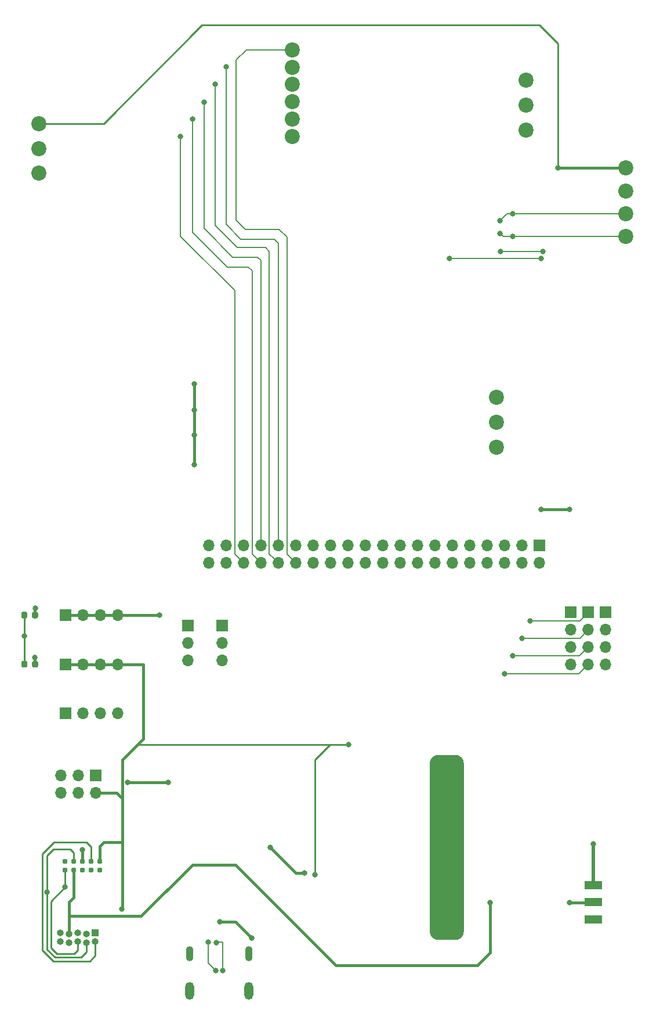
<source format=gtl>
G04 #@! TF.GenerationSoftware,KiCad,Pcbnew,(5.1.9)-1*
G04 #@! TF.CreationDate,2021-01-16T04:06:45-07:00*
G04 #@! TF.ProjectId,purplewizard-pogo,70757270-6c65-4776-997a-6172642d706f,1*
G04 #@! TF.SameCoordinates,PX774a7a0PYac0e4a0*
G04 #@! TF.FileFunction,Copper,L1,Top*
G04 #@! TF.FilePolarity,Positive*
%FSLAX46Y46*%
G04 Gerber Fmt 4.6, Leading zero omitted, Abs format (unit mm)*
G04 Created by KiCad (PCBNEW (5.1.9)-1) date 2021-01-16 04:06:45*
%MOMM*%
%LPD*%
G01*
G04 APERTURE LIST*
G04 #@! TA.AperFunction,ComponentPad*
%ADD10C,2.200000*%
G04 #@! TD*
G04 #@! TA.AperFunction,SMDPad,CuDef*
%ADD11R,2.500000X1.250000*%
G04 #@! TD*
G04 #@! TA.AperFunction,ConnectorPad*
%ADD12C,0.784860*%
G04 #@! TD*
G04 #@! TA.AperFunction,ComponentPad*
%ADD13R,1.000000X1.000000*%
G04 #@! TD*
G04 #@! TA.AperFunction,ComponentPad*
%ADD14O,1.000000X1.000000*%
G04 #@! TD*
G04 #@! TA.AperFunction,ComponentPad*
%ADD15O,1.300000X2.600000*%
G04 #@! TD*
G04 #@! TA.AperFunction,ComponentPad*
%ADD16O,1.100000X2.200000*%
G04 #@! TD*
G04 #@! TA.AperFunction,ComponentPad*
%ADD17O,1.700000X1.700000*%
G04 #@! TD*
G04 #@! TA.AperFunction,ComponentPad*
%ADD18R,1.700000X1.700000*%
G04 #@! TD*
G04 #@! TA.AperFunction,ViaPad*
%ADD19C,0.800000*%
G04 #@! TD*
G04 #@! TA.AperFunction,Conductor*
%ADD20C,0.381000*%
G04 #@! TD*
G04 #@! TA.AperFunction,Conductor*
%ADD21C,0.254000*%
G04 #@! TD*
G04 #@! TA.AperFunction,Conductor*
%ADD22C,0.177800*%
G04 #@! TD*
G04 #@! TA.AperFunction,Conductor*
%ADD23C,0.508000*%
G04 #@! TD*
G04 APERTURE END LIST*
G04 #@! TA.AperFunction,WasherPad*
G36*
G01*
X60920000Y10420000D02*
X60920000Y34920000D01*
G75*
G02*
X62170000Y36170000I1250000J0D01*
G01*
X64670000Y36170000D01*
G75*
G02*
X65920000Y34920000I0J-1250000D01*
G01*
X65920000Y10420000D01*
G75*
G02*
X64670000Y9170000I-1250000J0D01*
G01*
X62170000Y9170000D01*
G75*
G02*
X60920000Y10420000I0J1250000D01*
G01*
G37*
G04 #@! TD.AperFunction*
D10*
X89570000Y121710000D03*
X89570000Y118376667D03*
X89570000Y111710000D03*
X89550000Y115050000D03*
X40870000Y128808000D03*
X40870000Y136422000D03*
X40870000Y131346000D03*
X3858000Y128140000D03*
X40870000Y138960000D03*
X40870000Y133884000D03*
X40870000Y126270000D03*
X3858000Y120950000D03*
X3858000Y124545000D03*
X75010000Y127260000D03*
X75030000Y130890000D03*
X75030000Y134520000D03*
X70700000Y80990000D03*
X70700000Y84630000D03*
X70700000Y88270000D03*
D11*
X84780000Y17180000D03*
X84780000Y14680000D03*
X84780000Y12180000D03*
D12*
X10210000Y19405000D03*
X10210000Y20675000D03*
X11480000Y19405000D03*
X11480000Y20675000D03*
X12750000Y19405000D03*
X12750000Y20675000D03*
X8940000Y20675000D03*
X8940000Y19405000D03*
X7670000Y20675000D03*
X7670000Y19405000D03*
D13*
X12090000Y10260000D03*
D14*
X12090000Y8990000D03*
X10820000Y10060000D03*
X10820000Y8790000D03*
X9550000Y10260000D03*
X9550000Y8990000D03*
X8280000Y10060000D03*
X8280000Y8790000D03*
X7010000Y10260000D03*
X7010000Y8990000D03*
D15*
X25860000Y1790000D03*
X34500000Y1790000D03*
D16*
X25860000Y7150000D03*
X34500000Y7150000D03*
D17*
X15375001Y42245001D03*
X12835001Y42245001D03*
X10295001Y42245001D03*
D18*
X7755001Y42245001D03*
X7755001Y49375001D03*
D17*
X10295001Y49375001D03*
X12835001Y49375001D03*
X15375001Y49375001D03*
D18*
X7755001Y56505001D03*
D17*
X10295001Y56505001D03*
X12835001Y56505001D03*
X15375001Y56505001D03*
D18*
X12160000Y33180000D03*
D17*
X12160000Y30640000D03*
X9620000Y33180000D03*
X9620000Y30640000D03*
X7080000Y33180000D03*
X7080000Y30640000D03*
D18*
X84090000Y56980000D03*
D17*
X84090000Y54440000D03*
X84090000Y51900000D03*
X84090000Y49360000D03*
D18*
X86630000Y56980000D03*
D17*
X86630000Y54440000D03*
X86630000Y51900000D03*
X86630000Y49360000D03*
X81550000Y49360000D03*
X81550000Y51900000D03*
X81550000Y54440000D03*
D18*
X81550000Y56980000D03*
X76900000Y66720000D03*
D17*
X76900000Y64180000D03*
X74360000Y66720000D03*
X74360000Y64180000D03*
X71820000Y66720000D03*
X71820000Y64180000D03*
X69280000Y66720000D03*
X69280000Y64180000D03*
X66740000Y66720000D03*
X66740000Y64180000D03*
X64200000Y66720000D03*
X64200000Y64180000D03*
X61660000Y66720000D03*
X61660000Y64180000D03*
X59120000Y66720000D03*
X59120000Y64180000D03*
X56580000Y66720000D03*
X56580000Y64180000D03*
X54040000Y66720000D03*
X54040000Y64180000D03*
X51500000Y66720000D03*
X51500000Y64180000D03*
X48960000Y66720000D03*
X48960000Y64180000D03*
X46420000Y66720000D03*
X46420000Y64180000D03*
X43880000Y66720000D03*
X43880000Y64180000D03*
X41340000Y66720000D03*
X41340000Y64180000D03*
X38800000Y66720000D03*
X38800000Y64180000D03*
X36260000Y66720000D03*
X36260000Y64180000D03*
X33720000Y66720000D03*
X33720000Y64180000D03*
X31180000Y66720000D03*
X31180000Y64180000D03*
X28640000Y66720000D03*
X28640000Y64180000D03*
G04 #@! TA.AperFunction,SMDPad,CuDef*
G36*
G01*
X2880000Y49123750D02*
X2880000Y49636250D01*
G75*
G02*
X3098750Y49855000I218750J0D01*
G01*
X3536250Y49855000D01*
G75*
G02*
X3755000Y49636250I0J-218750D01*
G01*
X3755000Y49123750D01*
G75*
G02*
X3536250Y48905000I-218750J0D01*
G01*
X3098750Y48905000D01*
G75*
G02*
X2880000Y49123750I0J218750D01*
G01*
G37*
G04 #@! TD.AperFunction*
G04 #@! TA.AperFunction,SMDPad,CuDef*
G36*
G01*
X1305000Y49123750D02*
X1305000Y49636250D01*
G75*
G02*
X1523750Y49855000I218750J0D01*
G01*
X1961250Y49855000D01*
G75*
G02*
X2180000Y49636250I0J-218750D01*
G01*
X2180000Y49123750D01*
G75*
G02*
X1961250Y48905000I-218750J0D01*
G01*
X1523750Y48905000D01*
G75*
G02*
X1305000Y49123750I0J218750D01*
G01*
G37*
G04 #@! TD.AperFunction*
G04 #@! TA.AperFunction,SMDPad,CuDef*
G36*
G01*
X1305000Y56283750D02*
X1305000Y56796250D01*
G75*
G02*
X1523750Y57015000I218750J0D01*
G01*
X1961250Y57015000D01*
G75*
G02*
X2180000Y56796250I0J-218750D01*
G01*
X2180000Y56283750D01*
G75*
G02*
X1961250Y56065000I-218750J0D01*
G01*
X1523750Y56065000D01*
G75*
G02*
X1305000Y56283750I0J218750D01*
G01*
G37*
G04 #@! TD.AperFunction*
G04 #@! TA.AperFunction,SMDPad,CuDef*
G36*
G01*
X2880000Y56283750D02*
X2880000Y56796250D01*
G75*
G02*
X3098750Y57015000I218750J0D01*
G01*
X3536250Y57015000D01*
G75*
G02*
X3755000Y56796250I0J-218750D01*
G01*
X3755000Y56283750D01*
G75*
G02*
X3536250Y56065000I-218750J0D01*
G01*
X3098750Y56065000D01*
G75*
G02*
X2880000Y56283750I0J218750D01*
G01*
G37*
G04 #@! TD.AperFunction*
D18*
X25650000Y55000000D03*
D17*
X25650000Y52460000D03*
X25650000Y49920000D03*
X30630000Y49920000D03*
X30630000Y52460000D03*
D18*
X30630000Y55000000D03*
D19*
X42620000Y18910000D03*
X30290000Y11860000D03*
X34910000Y9500000D03*
X37660000Y22670000D03*
X10190000Y22300000D03*
X1750000Y53510000D03*
X77180000Y71910000D03*
X81360000Y71910000D03*
X16810000Y32120000D03*
X22740000Y32120000D03*
X26580000Y90230000D03*
X26580000Y78430000D03*
X26580000Y86410000D03*
X26580000Y82750000D03*
X49090000Y37650000D03*
X44150000Y18680000D03*
X16020000Y13660000D03*
X79630000Y121720000D03*
X21490000Y56520000D03*
X29750000Y8820000D03*
X30750000Y4740000D03*
X69700000Y14660000D03*
X71210000Y112150000D03*
X73070000Y111710000D03*
X71210000Y114050000D03*
X73030000Y115050000D03*
X7670000Y16880000D03*
X5080000Y16180000D03*
X29680000Y4750000D03*
X28570000Y8870000D03*
X24530000Y126320000D03*
X26290000Y128840000D03*
X27990000Y131340000D03*
X29620000Y133890000D03*
X31190000Y136430000D03*
X71820000Y47960000D03*
X73080000Y50620000D03*
X74360000Y53180000D03*
X75620000Y55730000D03*
X81360000Y14670000D03*
X3290000Y50370000D03*
X3380000Y57580000D03*
X84850000Y23140000D03*
X77180000Y108550000D03*
X63810000Y108540000D03*
X77480000Y109550000D03*
X71230000Y109540000D03*
D20*
X32550000Y11860000D02*
X34910000Y9500000D01*
X30290000Y11860000D02*
X32550000Y11860000D01*
X41420000Y18910000D02*
X37660000Y22670000D01*
X42620000Y18910000D02*
X41420000Y18910000D01*
D21*
X10210000Y20675000D02*
X10210000Y20720000D01*
D20*
X10210000Y22280000D02*
X10190000Y22300000D01*
X10210000Y20675000D02*
X10210000Y22280000D01*
D21*
X1742500Y53517500D02*
X1750000Y53510000D01*
X1742500Y56540000D02*
X1742500Y53517500D01*
X1742500Y53502500D02*
X1750000Y53510000D01*
X1742500Y49380000D02*
X1742500Y53502500D01*
D20*
X77180000Y71910000D02*
X81360000Y71910000D01*
X16810000Y32120000D02*
X22740000Y32120000D01*
X26580000Y90230000D02*
X26580000Y86410000D01*
X26580000Y86410000D02*
X26580000Y82750000D01*
X26580000Y82750000D02*
X26580000Y78430000D01*
D21*
X49090000Y37650000D02*
X46680000Y37650000D01*
X46680000Y37650000D02*
X46360000Y37650000D01*
X44150000Y35440000D02*
X44150000Y18680000D01*
X46360000Y37650000D02*
X44150000Y35440000D01*
D20*
X16020000Y13660000D02*
X16060000Y13700000D01*
X12750000Y20675000D02*
X12750000Y22810000D01*
X13370000Y23430000D02*
X16060000Y23430000D01*
X12750000Y22810000D02*
X13370000Y23430000D01*
X16060000Y13700000D02*
X16060000Y23430000D01*
X89560000Y121720000D02*
X89570000Y121710000D01*
X79630000Y121720000D02*
X89560000Y121720000D01*
X7755001Y49375001D02*
X10295001Y49375001D01*
X10295001Y49375001D02*
X12835001Y49375001D01*
X12835001Y49375001D02*
X15375001Y49375001D01*
X19134999Y38514999D02*
X19134999Y49375001D01*
X15375001Y49375001D02*
X19134999Y49375001D01*
D21*
X3858000Y128140000D02*
X13320000Y128140000D01*
X13320000Y128140000D02*
X27700000Y142520000D01*
X27700000Y142520000D02*
X76930000Y142520000D01*
X79630000Y139820000D02*
X79630000Y121720000D01*
X76930000Y142520000D02*
X79630000Y139820000D01*
X18270000Y37650000D02*
X17900000Y37280000D01*
X46360000Y37650000D02*
X18270000Y37650000D01*
D20*
X17900000Y37280000D02*
X19134999Y38514999D01*
X16060000Y35440000D02*
X17900000Y37280000D01*
X16060000Y23430000D02*
X16060000Y29790000D01*
X16060000Y29790000D02*
X16060000Y35440000D01*
X15210000Y30640000D02*
X12160000Y30640000D01*
X16060000Y29790000D02*
X15210000Y30640000D01*
X15350002Y56490000D02*
X15335001Y56505001D01*
X15390000Y56520000D02*
X15375001Y56505001D01*
X21490000Y56520000D02*
X15390000Y56520000D01*
X15375001Y56505001D02*
X12835001Y56505001D01*
X12835001Y56505001D02*
X10295001Y56505001D01*
X10295001Y56505001D02*
X7755001Y56505001D01*
D22*
X30750000Y4740000D02*
X30750000Y8860000D01*
X29790000Y8860000D02*
X29750000Y8820000D01*
X30750000Y8860000D02*
X29790000Y8860000D01*
D20*
X8940000Y15370000D02*
X8940000Y19405000D01*
X8280000Y14710000D02*
X8940000Y15370000D01*
X26270000Y20170000D02*
X18760000Y12660000D01*
X32540000Y20170000D02*
X26270000Y20170000D01*
X8300000Y12660000D02*
X8280000Y12640000D01*
X47240000Y5470000D02*
X32540000Y20170000D01*
X69700000Y7330000D02*
X67840000Y5470000D01*
X69700000Y14660000D02*
X69700000Y7330000D01*
X67840000Y5470000D02*
X47240000Y5470000D01*
X8280000Y12640000D02*
X8280000Y14710000D01*
X18760000Y12660000D02*
X8300000Y12660000D01*
X8280000Y10060000D02*
X8280000Y12640000D01*
D22*
X71650000Y111710000D02*
X73070000Y111710000D01*
X71210000Y112150000D02*
X71650000Y111710000D01*
X73070000Y111710000D02*
X89570000Y111710000D01*
X72210000Y115050000D02*
X71210000Y114050000D01*
X89550000Y115050000D02*
X73030000Y115050000D01*
X73030000Y115050000D02*
X72210000Y115050000D01*
D21*
X7670000Y19405000D02*
X7670000Y16880000D01*
X7670000Y16880000D02*
X5620000Y14830000D01*
X5620000Y14830000D02*
X5620000Y8050000D01*
X5620000Y8050000D02*
X6490000Y7180000D01*
X6490000Y7180000D02*
X9030000Y7180000D01*
X9550000Y7700000D02*
X9550000Y8990000D01*
X9030000Y7180000D02*
X9550000Y7700000D01*
X10820000Y8790000D02*
X10820000Y7440000D01*
X10820000Y7440000D02*
X10020000Y6640000D01*
X10020000Y6640000D02*
X6250000Y6640000D01*
X6250000Y6640000D02*
X5080000Y7810000D01*
X5080000Y21520000D02*
X5990000Y22430000D01*
X5990000Y22430000D02*
X8420000Y22430000D01*
X8940000Y21910000D02*
X8940000Y20675000D01*
X8420000Y22430000D02*
X8940000Y21910000D01*
X5080000Y16180000D02*
X5080000Y21520000D01*
X5080000Y7810000D02*
X5080000Y16180000D01*
X10790000Y23410000D02*
X11480000Y22720000D01*
X6070000Y23410000D02*
X10790000Y23410000D01*
X4390000Y21730000D02*
X6070000Y23410000D01*
X4390000Y7700000D02*
X4390000Y21730000D01*
X6000000Y6090000D02*
X4390000Y7700000D01*
X11290000Y6090000D02*
X6000000Y6090000D01*
X12090000Y6890000D02*
X11290000Y6090000D01*
X11480000Y22720000D02*
X11480000Y20675000D01*
X12090000Y8990000D02*
X12090000Y6890000D01*
D22*
X29460000Y4970000D02*
X29680000Y4750000D01*
X28570000Y5860000D02*
X28570000Y8870000D01*
X29680000Y4750000D02*
X28570000Y5860000D01*
X33720000Y64180000D02*
X32740000Y65160000D01*
X32740000Y65160000D02*
X32450000Y65450000D01*
X32450000Y65450000D02*
X32450000Y103850000D01*
X32450000Y103850000D02*
X24530000Y111770000D01*
X24530000Y111770000D02*
X24530000Y126320000D01*
X36260000Y64180000D02*
X35410000Y65030000D01*
X35410000Y65030000D02*
X34990000Y65450000D01*
X34990000Y65450000D02*
X34990000Y106760000D01*
X34990000Y106760000D02*
X34460000Y107290000D01*
X34460000Y107290000D02*
X31360000Y107290000D01*
X31360000Y107290000D02*
X26290000Y112360000D01*
X26290000Y112360000D02*
X26290000Y128840000D01*
X36260000Y66720000D02*
X36260000Y108250000D01*
X36260000Y108250000D02*
X35790000Y108720000D01*
X35790000Y108720000D02*
X32180000Y108720000D01*
X32180000Y108720000D02*
X27990000Y112910000D01*
X27990000Y112910000D02*
X27990000Y131340000D01*
X38800000Y64180000D02*
X38210000Y64770000D01*
X38210000Y64770000D02*
X37520000Y65460000D01*
X37520000Y65460000D02*
X37520000Y109570000D01*
X37520000Y109570000D02*
X36990000Y110100000D01*
X36990000Y110100000D02*
X32830000Y110100000D01*
X32830000Y110100000D02*
X29620000Y113310000D01*
X29620000Y113310000D02*
X29620000Y133890000D01*
X38800000Y66720000D02*
X38800000Y110750000D01*
X38800000Y110750000D02*
X38210000Y111340000D01*
X38210000Y111340000D02*
X33370000Y111340000D01*
X33370000Y111340000D02*
X31190000Y113520000D01*
X31190000Y113520000D02*
X31190000Y136430000D01*
X41340000Y64180000D02*
X41340000Y64690000D01*
X34150000Y138960000D02*
X40870000Y138960000D01*
X32700000Y137510000D02*
X34150000Y138960000D01*
X32700000Y114100000D02*
X32700000Y137510000D01*
X34030000Y112770000D02*
X32700000Y114100000D01*
X38920000Y112770000D02*
X34030000Y112770000D01*
X40070000Y111620000D02*
X38920000Y112770000D01*
X40070000Y65450000D02*
X40070000Y111620000D01*
X41340000Y64180000D02*
X40070000Y65450000D01*
X84090000Y49360000D02*
X82690000Y47960000D01*
X82690000Y47960000D02*
X71820000Y47960000D01*
X82810000Y50620000D02*
X73080000Y50620000D01*
X84090000Y51900000D02*
X82810000Y50620000D01*
X82830000Y53180000D02*
X74360000Y53180000D01*
X84090000Y54440000D02*
X82830000Y53180000D01*
X84090000Y56980000D02*
X84090000Y56920000D01*
X84090000Y56920000D02*
X82900000Y55730000D01*
X82900000Y55730000D02*
X75620000Y55730000D01*
D20*
X84770000Y14670000D02*
X84780000Y14680000D01*
X81360000Y14670000D02*
X84770000Y14670000D01*
X3317500Y50342500D02*
X3317500Y49380000D01*
X3290000Y50370000D02*
X3317500Y50342500D01*
X3317500Y57517500D02*
X3317500Y56540000D01*
X3380000Y57580000D02*
X3317500Y57517500D01*
D23*
X84850000Y17250000D02*
X84780000Y17180000D01*
X84850000Y23140000D02*
X84850000Y17250000D01*
D22*
X77170000Y108540000D02*
X63810000Y108540000D01*
X77180000Y108550000D02*
X77170000Y108540000D01*
X77470000Y109540000D02*
X71230000Y109540000D01*
X77480000Y109550000D02*
X77470000Y109540000D01*
M02*

</source>
